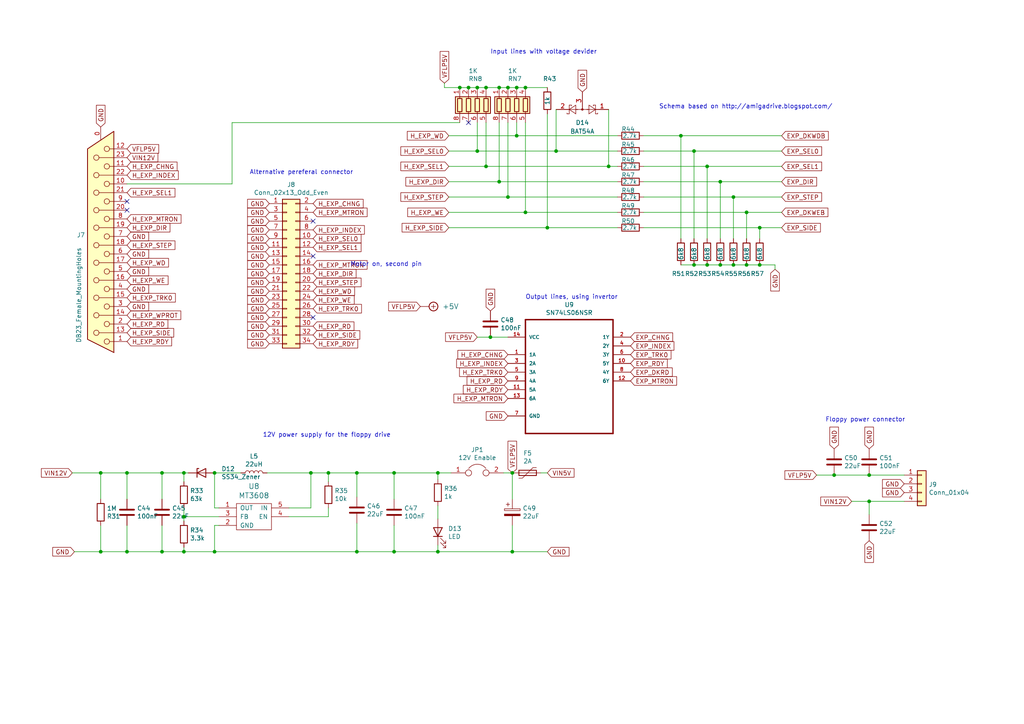
<source format=kicad_sch>
(kicad_sch (version 20230121) (generator eeschema)
  (paper "A4")
  (title_block (rev "0.1") (company "deFEEST"))
  (lib_symbols
    (symbol "BPS6001_Classic_Computing_Shield-eagle-import:+5V" (power) (pin_names (offset 1.016))
      (property "Value" "+5V" (at -1.905 3.175 0))
      (symbol "+5V_1_0"
        (polyline (pts (xy -0.635 1.27) (xy 0.635 1.27)))
        (polyline (pts (xy 0 0.635) (xy 0 1.905)))
        (circle (center 0 1.27) (radius 1.27) (stroke (width 0.254)))
        (pin power_in line (at 0 -2.54 90) (length 2.54) (name "+5V") (number "1"))
      )
    )
    (symbol "Connector_Generic:Conn_01x04" (pin_names (offset 1.016) hide)
      (property "Reference" "J" (at 0 5.08 0))
      (property "Value" "Conn_01x04" (at 0 -7.62 0))
      (symbol "Conn_01x04_1_1"
        (rectangle (start -1.27 -4.953) (end 0 -5.207) (stroke (width 0.1524)))
        (rectangle (start -1.27 -2.413) (end 0 -2.667) (stroke (width 0.1524)))
        (rectangle (start -1.27 0.127) (end 0 -0.127) (stroke (width 0.1524)))
        (rectangle (start -1.27 2.667) (end 0 2.413) (stroke (width 0.1524)))
        (rectangle (start -1.27 3.81) (end 1.27 -6.35) (stroke (width 0.254)) (fill (type background)))
        (pin passive line (at -5.08 2.54 0) (length 3.81) (name "Pin_1") (number "1"))
        (pin passive line (at -5.08 0 0) (length 3.81) (name "Pin_2") (number "2"))
        (pin passive line (at -5.08 -2.54 0) (length 3.81) (name "Pin_3") (number "3"))
        (pin passive line (at -5.08 -5.08 0) (length 3.81) (name "Pin_4") (number "4"))
      )
    )
    (symbol "Connector_Generic:Conn_02x17_Odd_Even" (pin_names (offset 1.016) hide)
      (property "Reference" "J" (at 1.27 22.86 0))
      (property "Value" "Conn_02x17_Odd_Even" (at 1.27 -22.86 0))
      (symbol "Conn_02x17_Odd_Even_1_1"
        (rectangle (start -1.27 -20.193) (end 0 -20.447) (stroke (width 0.1524)))
        (rectangle (start -1.27 -17.653) (end 0 -17.907) (stroke (width 0.1524)))
        (rectangle (start -1.27 -15.113) (end 0 -15.367) (stroke (width 0.1524)))
        (rectangle (start -1.27 -12.573) (end 0 -12.827) (stroke (width 0.1524)))
        (rectangle (start -1.27 -10.033) (end 0 -10.287) (stroke (width 0.1524)))
        (rectangle (start -1.27 -7.493) (end 0 -7.747) (stroke (width 0.1524)))
        (rectangle (start -1.27 -4.953) (end 0 -5.207) (stroke (width 0.1524)))
        (rectangle (start -1.27 -2.413) (end 0 -2.667) (stroke (width 0.1524)))
        (rectangle (start -1.27 0.127) (end 0 -0.127) (stroke (width 0.1524)))
        (rectangle (start -1.27 2.667) (end 0 2.413) (stroke (width 0.1524)))
        (rectangle (start -1.27 5.207) (end 0 4.953) (stroke (width 0.1524)))
        (rectangle (start -1.27 7.747) (end 0 7.493) (stroke (width 0.1524)))
        (rectangle (start -1.27 10.287) (end 0 10.033) (stroke (width 0.1524)))
        (rectangle (start -1.27 12.827) (end 0 12.573) (stroke (width 0.1524)))
        (rectangle (start -1.27 15.367) (end 0 15.113) (stroke (width 0.1524)))
        (rectangle (start -1.27 17.907) (end 0 17.653) (stroke (width 0.1524)))
        (rectangle (start -1.27 20.447) (end 0 20.193) (stroke (width 0.1524)))
        (rectangle (start -1.27 21.59) (end 3.81 -21.59) (stroke (width 0.254)) (fill (type background)))
        (rectangle (start 3.81 -20.193) (end 2.54 -20.447) (stroke (width 0.1524)))
        (rectangle (start 3.81 -17.653) (end 2.54 -17.907) (stroke (width 0.1524)))
        (rectangle (start 3.81 -15.113) (end 2.54 -15.367) (stroke (width 0.1524)))
        (rectangle (start 3.81 -12.573) (end 2.54 -12.827) (stroke (width 0.1524)))
        (rectangle (start 3.81 -10.033) (end 2.54 -10.287) (stroke (width 0.1524)))
        (rectangle (start 3.81 -7.493) (end 2.54 -7.747) (stroke (width 0.1524)))
        (rectangle (start 3.81 -4.953) (end 2.54 -5.207) (stroke (width 0.1524)))
        (rectangle (start 3.81 -2.413) (end 2.54 -2.667) (stroke (width 0.1524)))
        (rectangle (start 3.81 0.127) (end 2.54 -0.127) (stroke (width 0.1524)))
        (rectangle (start 3.81 2.667) (end 2.54 2.413) (stroke (width 0.1524)))
        (rectangle (start 3.81 5.207) (end 2.54 4.953) (stroke (width 0.1524)))
        (rectangle (start 3.81 7.747) (end 2.54 7.493) (stroke (width 0.1524)))
        (rectangle (start 3.81 10.287) (end 2.54 10.033) (stroke (width 0.1524)))
        (rectangle (start 3.81 12.827) (end 2.54 12.573) (stroke (width 0.1524)))
        (rectangle (start 3.81 15.367) (end 2.54 15.113) (stroke (width 0.1524)))
        (rectangle (start 3.81 17.907) (end 2.54 17.653) (stroke (width 0.1524)))
        (rectangle (start 3.81 20.447) (end 2.54 20.193) (stroke (width 0.1524)))
        (pin passive line (at -5.08 20.32 0) (length 3.81) (name "Pin_1") (number "1"))
        (pin passive line (at 7.62 10.16 180) (length 3.81) (name "Pin_10") (number "10"))
        (pin passive line (at -5.08 7.62 0) (length 3.81) (name "Pin_11") (number "11"))
        (pin passive line (at 7.62 7.62 180) (length 3.81) (name "Pin_12") (number "12"))
        (pin passive line (at -5.08 5.08 0) (length 3.81) (name "Pin_13") (number "13"))
        (pin passive line (at 7.62 5.08 180) (length 3.81) (name "Pin_14") (number "14"))
        (pin passive line (at -5.08 2.54 0) (length 3.81) (name "Pin_15") (number "15"))
        (pin passive line (at 7.62 2.54 180) (length 3.81) (name "Pin_16") (number "16"))
        (pin passive line (at -5.08 0 0) (length 3.81) (name "Pin_17") (number "17"))
        (pin passive line (at 7.62 0 180) (length 3.81) (name "Pin_18") (number "18"))
        (pin passive line (at -5.08 -2.54 0) (length 3.81) (name "Pin_19") (number "19"))
        (pin passive line (at 7.62 20.32 180) (length 3.81) (name "Pin_2") (number "2"))
        (pin passive line (at 7.62 -2.54 180) (length 3.81) (name "Pin_20") (number "20"))
        (pin passive line (at -5.08 -5.08 0) (length 3.81) (name "Pin_21") (number "21"))
        (pin passive line (at 7.62 -5.08 180) (length 3.81) (name "Pin_22") (number "22"))
        (pin passive line (at -5.08 -7.62 0) (length 3.81) (name "Pin_23") (number "23"))
        (pin passive line (at 7.62 -7.62 180) (length 3.81) (name "Pin_24") (number "24"))
        (pin passive line (at -5.08 -10.16 0) (length 3.81) (name "Pin_25") (number "25"))
        (pin passive line (at 7.62 -10.16 180) (length 3.81) (name "Pin_26") (number "26"))
        (pin passive line (at -5.08 -12.7 0) (length 3.81) (name "Pin_27") (number "27"))
        (pin passive line (at 7.62 -12.7 180) (length 3.81) (name "Pin_28") (number "28"))
        (pin passive line (at -5.08 -15.24 0) (length 3.81) (name "Pin_29") (number "29"))
        (pin passive line (at -5.08 17.78 0) (length 3.81) (name "Pin_3") (number "3"))
        (pin passive line (at 7.62 -15.24 180) (length 3.81) (name "Pin_30") (number "30"))
        (pin passive line (at -5.08 -17.78 0) (length 3.81) (name "Pin_31") (number "31"))
        (pin passive line (at 7.62 -17.78 180) (length 3.81) (name "Pin_32") (number "32"))
        (pin passive line (at -5.08 -20.32 0) (length 3.81) (name "Pin_33") (number "33"))
        (pin passive line (at 7.62 -20.32 180) (length 3.81) (name "Pin_34") (number "34"))
        (pin passive line (at 7.62 17.78 180) (length 3.81) (name "Pin_4") (number "4"))
        (pin passive line (at -5.08 15.24 0) (length 3.81) (name "Pin_5") (number "5"))
        (pin passive line (at 7.62 15.24 180) (length 3.81) (name "Pin_6") (number "6"))
        (pin passive line (at -5.08 12.7 0) (length 3.81) (name "Pin_7") (number "7"))
        (pin passive line (at 7.62 12.7 180) (length 3.81) (name "Pin_8") (number "8"))
        (pin passive line (at -5.08 10.16 0) (length 3.81) (name "Pin_9") (number "9"))
      )
    )
    (symbol "Device:C" (pin_numbers hide) (pin_names (offset 0.254))
      (property "Reference" "C" (at 0.635 2.54 0))
      (property "Value" "C" (at 0.635 -2.54 0))
      (symbol "C_0_1"
        (polyline (pts (xy -2.032 -0.762) (xy 2.032 -0.762)) (stroke (width 0.508)))
        (polyline (pts (xy -2.032 0.762) (xy 2.032 0.762)) (stroke (width 0.508)))
      )
      (symbol "C_1_1"
        (pin passive line (at 0 3.81 270) (length 2.794) (name "~") (number "1"))
        (pin passive line (at 0 -3.81 90) (length 2.794) (name "~") (number "2"))
      )
    )
    (symbol "Device:CP" (pin_numbers hide) (pin_names (offset 0.254))
      (property "Reference" "C" (at 0.635 2.54 0))
      (property "Value" "Device_CP" (at 0.635 -2.54 0))
      (symbol "CP_0_1"
        (rectangle (start -2.286 0.508) (end 2.286 1.016))
        (polyline (pts (xy -1.778 2.286) (xy -0.762 2.286)))
        (polyline (pts (xy -1.27 2.794) (xy -1.27 1.778)))
        (rectangle (start 2.286 -0.508) (end -2.286 -1.016) (fill (type outline)))
      )
      (symbol "CP_1_1"
        (pin passive line (at 0 3.81 270) (length 2.794) (name "~") (number "1"))
        (pin passive line (at 0 -3.81 90) (length 2.794) (name "~") (number "2"))
      )
    )
    (symbol "Device:D_Zener" (pin_numbers hide) (pin_names (offset 1.016) hide)
      (property "Reference" "D" (at 0 2.54 0))
      (property "Value" "D_Zener" (at 0 -2.54 0))
      (symbol "D_Zener_0_1"
        (polyline (pts (xy 1.27 0) (xy -1.27 0)))
        (polyline (pts (xy -1.27 -1.27) (xy -1.27 1.27) (xy -0.762 1.27)) (stroke (width 0.254)))
        (polyline (pts (xy 1.27 -1.27) (xy 1.27 1.27) (xy -1.27 0) (xy 1.27 -1.27)) (stroke (width 0.254)))
      )
      (symbol "D_Zener_1_1"
        (pin passive line (at -3.81 0 0) (length 2.54) (name "K") (number "1"))
        (pin passive line (at 3.81 0 180) (length 2.54) (name "A") (number "2"))
      )
    )
    (symbol "Device:Jumper" (pin_names (offset 0.762) hide)
      (property "Reference" "JP" (at 0 3.81 0))
      (property "Value" "Device_Jumper" (at 0 -2.032 0))
      (symbol "Jumper_0_1"
        (circle (center -2.54 0) (radius 0.889))
        (arc (start 2.5146 1.27) (mid 0.0127 2.5097) (end -2.4892 1.27))
        (circle (center 2.54 0) (radius 0.889))
        (pin passive line (at -7.62 0 0) (length 4.191) (name "1") (number "1"))
        (pin passive line (at 7.62 0 180) (length 4.191) (name "2") (number "2"))
      )
    )
    (symbol "Device:L" (pin_numbers hide) (pin_names (offset 1.016) hide)
      (property "Reference" "L" (at -1.27 0 90))
      (property "Value" "L" (at 1.905 0 90))
      (symbol "L_0_1"
        (arc (start 0 -2.54) (mid 0.6323 -1.905) (end 0 -1.27))
        (arc (start 0 -1.27) (mid 0.6323 -0.635) (end 0 0))
        (arc (start 0 0) (mid 0.6323 0.635) (end 0 1.27))
        (arc (start 0 1.27) (mid 0.6323 1.905) (end 0 2.54))
      )
      (symbol "L_1_1"
        (pin passive line (at 0 3.81 270) (length 1.27) (name "1") (number "1"))
        (pin passive line (at 0 -3.81 90) (length 1.27) (name "2") (number "2"))
      )
    )
    (symbol "Device:LED" (pin_numbers hide) (pin_names (offset 1.016) hide)
      (property "Reference" "D" (at 0 2.54 0))
      (property "Value" "LED" (at 0 -2.54 0))
      (symbol "LED_0_1"
        (polyline (pts (xy -1.27 -1.27) (xy -1.27 1.27)) (stroke (width 0.254)))
        (polyline (pts (xy -1.27 0) (xy 1.27 0)))
        (polyline (pts (xy 1.27 -1.27) (xy 1.27 1.27) (xy -1.27 0) (xy 1.27 -1.27)) (stroke (width 0.254)))
        (polyline (pts (xy -3.048 -0.762) (xy -4.572 -2.286) (xy -3.81 -2.286) (xy -4.572 -2.286) (xy -4.572 -1.524)))
        (polyline (pts (xy -1.778 -0.762) (xy -3.302 -2.286) (xy -2.54 -2.286) (xy -3.302 -2.286) (xy -3.302 -1.524)))
      )
      (symbol "LED_1_1"
        (pin passive line (at -3.81 0 0) (length 2.54) (name "K") (number "1"))
        (pin passive line (at 3.81 0 180) (length 2.54) (name "A") (number "2"))
      )
    )
    (symbol "Device:Polyfuse" (pin_numbers hide) (pin_names (offset 0))
      (property "Reference" "F" (at -2.54 0 90))
      (property "Value" "Polyfuse" (at 2.54 0 90))
      (symbol "Polyfuse_0_1"
        (rectangle (start -0.762 2.54) (end 0.762 -2.54) (stroke (width 0.254)))
        (polyline (pts (xy 0 2.54) (xy 0 -2.54)))
        (polyline (pts (xy -1.524 2.54) (xy -1.524 1.524) (xy 1.524 -1.524) (xy 1.524 -2.54)))
      )
      (symbol "Polyfuse_1_1"
        (pin passive line (at 0 3.81 270) (length 1.27) (name "~") (number "1"))
        (pin passive line (at 0 -3.81 90) (length 1.27) (name "~") (number "2"))
      )
    )
    (symbol "Device:R" (pin_numbers hide) (pin_names (offset 0))
      (property "Reference" "R" (at 2.032 0 90))
      (property "Value" "R" (at 0 0 90))
      (symbol "R_0_1"
        (rectangle (start -1.016 -2.54) (end 1.016 2.54) (stroke (width 0.254)))
      )
      (symbol "R_1_1"
        (pin passive line (at 0 3.81 270) (length 1.27) (name "~") (number "1"))
        (pin passive line (at 0 -3.81 90) (length 1.27) (name "~") (number "2"))
      )
    )
    (symbol "Device:R_Pack04" (pin_names (offset 0) hide)
      (property "Reference" "RN" (at -7.62 0 90))
      (property "Value" "R_Pack04" (at 5.08 0 90))
      (symbol "R_Pack04_0_1"
        (rectangle (start -6.35 -2.413) (end 3.81 2.413) (stroke (width 0.254)) (fill (type background)))
        (rectangle (start -5.715 1.905) (end -4.445 -1.905) (stroke (width 0.254)))
        (rectangle (start -3.175 1.905) (end -1.905 -1.905) (stroke (width 0.254)))
        (rectangle (start -0.635 1.905) (end 0.635 -1.905) (stroke (width 0.254)))
        (polyline (pts (xy -5.08 -2.54) (xy -5.08 -1.905)))
        (polyline (pts (xy -5.08 1.905) (xy -5.08 2.54)))
        (polyline (pts (xy -2.54 -2.54) (xy -2.54 -1.905)))
        (polyline (pts (xy -2.54 1.905) (xy -2.54 2.54)))
        (polyline (pts (xy 0 -2.54) (xy 0 -1.905)))
        (polyline (pts (xy 0 1.905) (xy 0 2.54)))
        (polyline (pts (xy 2.54 -2.54) (xy 2.54 -1.905)))
        (polyline (pts (xy 2.54 1.905) (xy 2.54 2.54)))
        (rectangle (start 1.905 1.905) (end 3.175 -1.905) (stroke (width 0.254)))
      )
      (symbol "R_Pack04_1_1"
        (pin passive line (at -5.08 -5.08 90) (length 2.54) (name "R1.1") (number "1"))
        (pin passive line (at -2.54 -5.08 90) (length 2.54) (name "R2.1") (number "2"))
        (pin passive line (at 0 -5.08 90) (length 2.54) (name "R3.1") (number "3"))
        (pin passive line (at 2.54 -5.08 90) (length 2.54) (name "R4.1") (number "4"))
        (pin passive line (at 2.54 5.08 270) (length 2.54) (name "R4.2") (number "5"))
        (pin passive line (at 0 5.08 270) (length 2.54) (name "R3.2") (number "6"))
        (pin passive line (at -2.54 5.08 270) (length 2.54) (name "R2.2") (number "7"))
        (pin passive line (at -5.08 5.08 270) (length 2.54) (name "R1.2") (number "8"))
      )
    )
    (symbol "Diode:BAT54A" (pin_names (offset 1.016))
      (property "Reference" "D" (at 0.635 -3.81 0))
      (property "Value" "BAT54A" (at -6.35 3.175 0))
      (symbol "BAT54A_0_1"
        (polyline (pts (xy -4.445 1.27) (xy -4.445 1.016)))
        (polyline (pts (xy -3.81 -1.27) (xy -3.81 1.27)))
        (polyline (pts (xy -3.81 -1.27) (xy -3.175 -1.27)))
        (polyline (pts (xy -3.81 0) (xy -1.27 0)))
        (polyline (pts (xy -3.81 1.27) (xy -4.445 1.27)))
        (polyline (pts (xy -3.175 -1.27) (xy -3.175 -1.016)))
        (polyline (pts (xy -1.905 0) (xy 1.905 0)))
        (polyline (pts (xy 1.27 0) (xy 3.81 0)))
        (polyline (pts (xy 3.175 -1.27) (xy 3.175 -1.016)))
        (polyline (pts (xy 3.81 -1.27) (xy 3.175 -1.27)))
        (polyline (pts (xy 3.81 -1.27) (xy 3.81 1.27)))
        (polyline (pts (xy 3.81 1.27) (xy 4.445 1.27)))
        (polyline (pts (xy 4.445 1.27) (xy 4.445 1.016)))
        (polyline (pts (xy -1.905 1.27) (xy -1.905 -1.27) (xy -3.81 0) (xy -1.905 1.27)))
        (polyline (pts (xy 1.905 1.27) (xy 1.905 -1.27) (xy 3.81 0) (xy 1.905 1.27)))
        (circle (center 0 0) (radius 0.254) (fill (type outline)))
      )
      (symbol "BAT54A_1_1"
        (pin passive line (at -7.62 0 0) (length 3.81) (name "~") (number "1"))
        (pin passive line (at 7.62 0 180) (length 3.81) (name "~") (number "2"))
        (pin passive line (at 0 -5.08 90) (length 5.08) (name "~") (number "3"))
      )
    )
    (symbol "MT3608:MT3608" (pin_names (offset 1.016))
      (property "Reference" "U" (at -2.54 5.08 0))
      (property "Value" "MT3608" (at 0 -5.08 0))
      (symbol "MT3608_0_1"
        (rectangle (start -5.08 3.81) (end 5.08 -3.81))
      )
      (symbol "MT3608_1_1"
        (pin output line (at -10.16 2.54 0) (length 5.08) (name "OUT") (number "1"))
        (pin bidirectional line (at -10.16 -2.54 0) (length 5.08) (name "GND") (number "2"))
        (pin input line (at -10.16 0 0) (length 5.08) (name "FB") (number "3"))
        (pin input line (at 10.16 0 180) (length 5.08) (name "EN") (number "4"))
        (pin input line (at 10.16 2.54 180) (length 5.08) (name "IN") (number "5"))
      )
    )
    (symbol "SN74LS06NSR:SN74LS06NSR" (pin_names (offset 1.016))
      (property "Reference" "U" (at -5.3594 16.764 0))
      (property "Value" "SN74LS06NSR" (at -3.5814 -25.6286 0))
      (symbol "SN74LS06NSR_0_0"
        (polyline (pts (xy -12.7 -20.32) (xy 12.7 -20.32)) (stroke (width 0.4064)))
        (polyline (pts (xy -12.7 12.7) (xy -12.7 -20.32)) (stroke (width 0.4064)))
        (polyline (pts (xy 12.7 -20.32) (xy 12.7 12.7)) (stroke (width 0.4064)))
        (polyline (pts (xy 12.7 12.7) (xy -12.7 12.7)) (stroke (width 0.4064)))
        (pin input line (at -17.78 2.54 0) (length 5.08) (name "1A") (number "1"))
        (pin output line (at 17.78 0 180) (length 5.08) (name "5Y") (number "10"))
        (pin input line (at -17.78 -7.62 0) (length 5.08) (name "5A") (number "11"))
        (pin output line (at 17.78 -5.08 180) (length 5.08) (name "6Y") (number "12"))
        (pin input line (at -17.78 -10.16 0) (length 5.08) (name "6A") (number "13"))
        (pin power_in line (at -17.78 7.62 0) (length 5.08) (name "VCC") (number "14"))
        (pin output line (at 17.78 7.62 180) (length 5.08) (name "1Y") (number "2"))
        (pin input line (at -17.78 0 0) (length 5.08) (name "2A") (number "3"))
        (pin output line (at 17.78 5.08 180) (length 5.08) (name "2Y") (number "4"))
        (pin input line (at -17.78 -2.54 0) (length 5.08) (name "3A") (number "5"))
        (pin output line (at 17.78 2.54 180) (length 5.08) (name "3Y") (number "6"))
        (pin passive line (at -17.78 -15.24 0) (length 5.08) (name "GND") (number "7"))
        (pin output line (at 17.78 -2.54 180) (length 5.08) (name "4Y") (number "8"))
        (pin input line (at -17.78 -5.08 0) (length 5.08) (name "4A") (number "9"))
      )
    )
    (symbol "qmtech-minimig-rescue:DB23_Female_MountingHoles" (pin_names (offset 1.016) hide)
      (property "Reference" "J" (at 0 36.83 0))
      (property "Value" "DB23_Female_MountingHoles" (at 0 34.925 0))
      (symbol "DB23_Female_MountingHoles_0_1"
        (circle (center -1.778 -25.4) (radius 0.762))
        (circle (center -1.778 -20.32) (radius 0.762))
        (circle (center -1.778 -15.24) (radius 0.762))
        (circle (center -1.778 -10.16) (radius 0.762))
        (circle (center -1.778 -5.08) (radius 0.762))
        (circle (center -1.778 0) (radius 0.762))
        (circle (center -1.778 5.08) (radius 0.762))
        (circle (center -1.778 10.16) (radius 0.762))
        (circle (center -1.778 15.24) (radius 0.762))
        (circle (center -1.778 20.32) (radius 0.762))
        (circle (center -1.778 25.4) (radius 0.762))
        (circle (center -1.778 30.48) (radius 0.762))
        (polyline (pts (xy -3.81 -25.4) (xy -2.54 -25.4)))
        (polyline (pts (xy -3.81 -22.86) (xy 0.508 -22.86)))
        (polyline (pts (xy -3.81 -20.32) (xy -2.54 -20.32)))
        (polyline (pts (xy -3.81 -17.78) (xy 0.508 -17.78)))
        (polyline (pts (xy -3.81 -15.24) (xy -2.54 -15.24)))
        (polyline (pts (xy -3.81 -12.7) (xy 0.508 -12.7)))
        (polyline (pts (xy -3.81 -10.16) (xy -2.54 -10.16)))
        (polyline (pts (xy -3.81 -7.62) (xy 0.508 -7.62)))
        (polyline (pts (xy -3.81 -5.08) (xy -2.54 -5.08)))
        (polyline (pts (xy -3.81 -2.54) (xy 0.508 -2.54)))
        (polyline (pts (xy -3.81 0) (xy -2.54 0)))
        (polyline (pts (xy -3.81 2.54) (xy 0.508 2.54)))
        (polyline (pts (xy -3.81 5.08) (xy -2.54 5.08)))
        (polyline (pts (xy -3.81 7.62) (xy 0.508 7.62)))
        (polyline (pts (xy -3.81 10.16) (xy -2.54 10.16)))
        (polyline (pts (xy -3.81 12.7) (xy 0.508 12.7)))
        (polyline (pts (xy -3.81 15.24) (xy -2.54 15.24)))
        (polyline (pts (xy -3.81 17.78) (xy 0.508 17.78)))
        (polyline (pts (xy -3.81 20.32) (xy -2.54 20.32)))
        (polyline (pts (xy -3.81 22.86) (xy 0.508 22.86)))
        (polyline (pts (xy -3.81 25.4) (xy -2.54 25.4)))
        (polyline (pts (xy -3.81 27.94) (xy 0.508 27.94)))
        (polyline (pts (xy -3.81 30.48) (xy -2.54 30.48)))
        (polyline (pts (xy -3.81 33.655) (xy 3.81 29.845) (xy 3.81 -25.4) (xy -3.81 -30.48) (xy -3.81 33.655)) (stroke (width 0.254)) (fill (type background)))
        (circle (center 1.27 -22.86) (radius 0.762))
        (circle (center 1.27 -17.78) (radius 0.762))
        (circle (center 1.27 -12.7) (radius 0.762))
        (circle (center 1.27 -7.62) (radius 0.762))
        (circle (center 1.27 -2.54) (radius 0.762))
        (circle (center 1.27 2.54) (radius 0.762))
        (circle (center 1.27 7.62) (radius 0.762))
        (circle (center 1.27 12.7) (radius 0.762))
        (circle (center 1.27 17.78) (radius 0.762))
        (circle (center 1.27 22.86) (radius 0.762))
        (circle (center 1.27 27.94) (radius 0.762))
      )
      (symbol "DB23_Female_MountingHoles_1_1"
        (pin passive line (at 0 -31.75 90) (length 3.81) (name "PAD") (number "0"))
        (pin passive line (at -7.62 30.48 0) (length 3.81) (name "1") (number "1"))
        (pin passive line (at -7.62 -15.24 0) (length 3.81) (name "10") (number "10"))
        (pin passive line (at -7.62 -20.32 0) (length 3.81) (name "11") (number "11"))
        (pin passive line (at -7.62 -25.4 0) (length 3.81) (name "12") (number "12"))
        (pin passive line (at -7.62 27.94 0) (length 3.81) (name "P13") (number "13"))
        (pin passive line (at -7.62 22.86 0) (length 3.81) (name "P14") (number "14"))
        (pin passive line (at -7.62 17.78 0) (length 3.81) (name "P15") (number "15"))
        (pin passive line (at -7.62 12.7 0) (length 3.81) (name "P16") (number "16"))
        (pin passive line (at -7.62 7.62 0) (length 3.81) (name "P17") (number "17"))
        (pin passive line (at -7.62 2.54 0) (length 3.81) (name "P18") (number "18"))
        (pin passive line (at -7.62 -2.54 0) (length 3.81) (name "P19") (number "19"))
        (pin passive line (at -7.62 25.4 0) (length 3.81) (name "2") (number "2"))
        (pin passive line (at -7.62 -7.62 0) (length 3.81) (name "P20") (number "20"))
        (pin passive line (at -7.62 -12.7 0) (length 3.81) (name "P21") (number "21"))
        (pin passive line (at -7.62 -17.78 0) (length 3.81) (name "P22") (number "22"))
        (pin passive line (at -7.62 -22.86 0) (length 3.81) (name "P23") (number "23"))
        (pin passive line (at -7.62 20.32 0) (length 3.81) (name "3") (number "3"))
        (pin passive line (at -7.62 15.24 0) (length 3.81) (name "4") (number "4"))
        (pin passive line (at -7.62 10.16 0) (length 3.81) (name "5") (number "5"))
        (pin passive line (at -7.62 5.08 0) (length 3.81) (name "6") (number "6"))
        (pin passive line (at -7.62 0 0) (length 3.81) (name "7") (number "7"))
        (pin passive line (at -7.62 -5.08 0) (length 3.81) (name "8") (number "8"))
        (pin passive line (at -7.62 -10.16 0) (length 3.81) (name "9") (number "9"))
      )
    )
  )
  (junction (at 138.43 25.4))
  (junction (at 127 160.02))
  (junction (at 140.97 25.4))
  (junction (at 252.095 145.415))
  (junction (at 205.105 48.26))
  (junction (at 127 137.16))
  (junction (at 212.725 57.15))
  (junction (at 29.21 137.16))
  (junction (at 138.43 43.815))
  (junction (at 95.25 137.16))
  (junction (at 144.78 25.4))
  (junction (at 147.32 57.15))
  (junction (at 252.095 137.795))
  (junction (at 103.505 137.16))
  (junction (at 148.59 137.16))
  (junction (at 140.97 48.26))
  (junction (at 144.78 52.705))
  (junction (at 142.24 97.79))
  (junction (at 29.21 160.02))
  (junction (at 208.915 52.705))
  (junction (at 208.915 76.835))
  (junction (at 90.17 137.16))
  (junction (at 216.535 76.835))
  (junction (at 220.345 66.04))
  (junction (at 46.99 160.02))
  (junction (at 36.83 160.02))
  (junction (at 147.32 25.4))
  (junction (at 197.485 39.37))
  (junction (at 176.53 48.26))
  (junction (at 220.345 76.835))
  (junction (at 149.86 39.37))
  (junction (at 46.99 137.16))
  (junction (at 62.23 137.16))
  (junction (at 201.295 43.815))
  (junction (at 36.83 137.16))
  (junction (at 241.935 137.795))
  (junction (at 62.23 160.02))
  (junction (at 135.89 25.4))
  (junction (at 152.4 25.4))
  (junction (at 53.34 160.02))
  (junction (at 133.35 25.4))
  (junction (at 161.29 43.815))
  (junction (at 53.34 149.86))
  (junction (at 114.3 137.16))
  (junction (at 212.725 76.835))
  (junction (at 201.295 76.835))
  (junction (at 53.34 137.16))
  (junction (at 149.86 25.4))
  (junction (at 103.505 160.02))
  (junction (at 158.75 66.04))
  (junction (at 148.59 160.02))
  (junction (at 152.4 61.595))
  (junction (at 205.105 76.835))
  (junction (at 216.535 61.595))
  (junction (at 114.3 160.02))
  (no_connect (at 90.805 64.135))
  (no_connect (at 90.805 74.295))
  (no_connect (at 90.805 92.075))
  (no_connect (at 36.83 60.96))
  (no_connect (at 36.83 58.42))
  (no_connect (at 135.89 35.56))
  (wire (pts (xy 216.535 76.835) (xy 220.345 76.835)))
  (wire (pts (xy 147.32 35.56) (xy 147.32 57.15)))
  (wire (pts (xy 36.83 137.16) (xy 29.21 137.16)))
  (wire (pts (xy 220.345 76.835) (xy 224.79 76.835)))
  (wire (pts (xy 146.05 137.16) (xy 148.59 137.16)))
  (wire (pts (xy 29.21 160.02) (xy 36.83 160.02)))
  (wire (pts (xy 83.82 147.32) (xy 90.17 147.32)))
  (wire (pts (xy 148.59 160.02) (xy 158.75 160.02)))
  (wire (pts (xy 205.105 69.215) (xy 205.105 48.26)))
  (wire (pts (xy 212.725 69.215) (xy 212.725 57.15)))
  (wire (pts (xy 128.905 25.4) (xy 133.35 25.4)))
  (wire (pts (xy 62.23 147.32) (xy 62.23 137.16)))
  (wire (pts (xy 130.175 39.37) (xy 149.86 39.37)))
  (wire (pts (xy 21.59 160.02) (xy 29.21 160.02)))
  (wire (pts (xy 63.5 149.86) (xy 53.34 149.86)))
  (wire (pts (xy 53.34 139.7) (xy 53.34 137.16)))
  (wire (pts (xy 53.34 158.75) (xy 53.34 160.02)))
  (wire (pts (xy 133.35 25.4) (xy 135.89 25.4)))
  (wire (pts (xy 147.32 25.4) (xy 149.86 25.4)))
  (wire (pts (xy 147.32 57.15) (xy 179.07 57.15)))
  (wire (pts (xy 103.505 151.765) (xy 103.505 160.02)))
  (wire (pts (xy 54.61 137.16) (xy 53.34 137.16)))
  (wire (pts (xy 197.485 76.835) (xy 201.295 76.835)))
  (wire (pts (xy 130.175 48.26) (xy 140.97 48.26)))
  (wire (pts (xy 36.83 160.02) (xy 46.99 160.02)))
  (wire (pts (xy 158.75 66.04) (xy 179.07 66.04)))
  (wire (pts (xy 130.175 43.815) (xy 138.43 43.815)))
  (wire (pts (xy 197.485 69.215) (xy 197.485 39.37)))
  (wire (pts (xy 95.25 149.86) (xy 83.82 149.86)))
  (wire (pts (xy 247.015 145.415) (xy 252.095 145.415)))
  (wire (pts (xy 128.905 25.4) (xy 128.905 24.13)))
  (wire (pts (xy 220.345 66.04) (xy 226.695 66.04)))
  (wire (pts (xy 186.69 61.595) (xy 216.535 61.595)))
  (wire (pts (xy 90.17 137.16) (xy 77.47 137.16)))
  (wire (pts (xy 53.34 151.13) (xy 53.34 149.86)))
  (wire (pts (xy 103.505 160.02) (xy 114.3 160.02)))
  (wire (pts (xy 63.5 147.32) (xy 62.23 147.32)))
  (wire (pts (xy 197.485 39.37) (xy 226.695 39.37)))
  (wire (pts (xy 186.69 57.15) (xy 212.725 57.15)))
  (wire (pts (xy 95.25 147.32) (xy 95.25 149.86)))
  (wire (pts (xy 176.53 31.75) (xy 176.53 48.26)))
  (wire (pts (xy 130.175 57.15) (xy 147.32 57.15)))
  (wire (pts (xy 149.86 35.56) (xy 149.86 39.37)))
  (wire (pts (xy 241.935 137.795) (xy 252.095 137.795)))
  (wire (pts (xy 161.29 31.75) (xy 161.29 43.815)))
  (wire (pts (xy 127 139.065) (xy 127 137.16)))
  (wire (pts (xy 148.59 137.16) (xy 149.225 137.16)))
  (wire (pts (xy 103.505 137.16) (xy 114.3 137.16)))
  (wire (pts (xy 46.99 144.78) (xy 46.99 137.16)))
  (wire (pts (xy 224.79 76.835) (xy 224.79 78.105)))
  (wire (pts (xy 36.83 53.34) (xy 67.31 53.34)))
  (wire (pts (xy 63.5 152.4) (xy 62.23 152.4)))
  (wire (pts (xy 142.24 97.79) (xy 147.32 97.79)))
  (wire (pts (xy 95.25 137.16) (xy 103.505 137.16)))
  (wire (pts (xy 216.535 61.595) (xy 226.695 61.595)))
  (wire (pts (xy 36.83 137.16) (xy 46.99 137.16)))
  (wire (pts (xy 62.23 160.02) (xy 103.505 160.02)))
  (wire (pts (xy 149.86 39.37) (xy 179.07 39.37)))
  (wire (pts (xy 236.855 137.795) (xy 241.935 137.795)))
  (wire (pts (xy 144.78 35.56) (xy 144.78 52.705)))
  (wire (pts (xy 140.97 48.26) (xy 176.53 48.26)))
  (wire (pts (xy 205.105 76.835) (xy 208.915 76.835)))
  (wire (pts (xy 201.295 43.815) (xy 226.695 43.815)))
  (wire (pts (xy 152.4 35.56) (xy 152.4 61.595)))
  (wire (pts (xy 252.095 145.415) (xy 252.095 149.225)))
  (wire (pts (xy 212.725 76.835) (xy 216.535 76.835)))
  (wire (pts (xy 103.505 144.145) (xy 103.505 137.16)))
  (wire (pts (xy 29.21 144.78) (xy 29.21 137.16)))
  (wire (pts (xy 201.295 69.215) (xy 201.295 43.815)))
  (wire (pts (xy 176.53 48.26) (xy 179.07 48.26)))
  (wire (pts (xy 186.69 48.26) (xy 205.105 48.26)))
  (wire (pts (xy 158.75 33.02) (xy 158.75 66.04)))
  (wire (pts (xy 90.17 147.32) (xy 90.17 137.16)))
  (wire (pts (xy 127 160.02) (xy 148.59 160.02)))
  (wire (pts (xy 53.34 149.86) (xy 53.34 147.32)))
  (wire (pts (xy 53.34 137.16) (xy 46.99 137.16)))
  (wire (pts (xy 186.69 43.815) (xy 201.295 43.815)))
  (wire (pts (xy 133.35 35.56) (xy 67.31 35.56)))
  (wire (pts (xy 114.3 160.02) (xy 127 160.02)))
  (wire (pts (xy 138.43 97.79) (xy 142.24 97.79)))
  (wire (pts (xy 130.175 52.705) (xy 144.78 52.705)))
  (wire (pts (xy 46.99 152.4) (xy 46.99 160.02)))
  (wire (pts (xy 186.69 39.37) (xy 197.485 39.37)))
  (wire (pts (xy 127 146.685) (xy 127 150.495)))
  (wire (pts (xy 62.23 152.4) (xy 62.23 160.02)))
  (wire (pts (xy 252.095 137.795) (xy 262.255 137.795)))
  (wire (pts (xy 149.86 25.4) (xy 152.4 25.4)))
  (wire (pts (xy 36.83 144.78) (xy 36.83 137.16)))
  (wire (pts (xy 144.78 25.4) (xy 147.32 25.4)))
  (wire (pts (xy 138.43 25.4) (xy 140.97 25.4)))
  (wire (pts (xy 29.21 152.4) (xy 29.21 160.02)))
  (wire (pts (xy 148.59 144.78) (xy 148.59 137.16)))
  (wire (pts (xy 130.175 61.595) (xy 152.4 61.595)))
  (wire (pts (xy 148.59 152.4) (xy 148.59 160.02)))
  (wire (pts (xy 152.4 61.595) (xy 179.07 61.595)))
  (wire (pts (xy 158.75 137.16) (xy 156.845 137.16)))
  (wire (pts (xy 252.095 145.415) (xy 262.255 145.415)))
  (wire (pts (xy 95.25 137.16) (xy 95.25 139.7)))
  (wire (pts (xy 140.97 25.4) (xy 144.78 25.4)))
  (wire (pts (xy 152.4 25.4) (xy 158.75 25.4)))
  (wire (pts (xy 201.295 76.835) (xy 205.105 76.835)))
  (wire (pts (xy 216.535 69.215) (xy 216.535 61.595)))
  (wire (pts (xy 69.85 137.16) (xy 62.23 137.16)))
  (wire (pts (xy 208.915 76.835) (xy 212.725 76.835)))
  (wire (pts (xy 138.43 35.56) (xy 138.43 43.815)))
  (wire (pts (xy 95.25 137.16) (xy 90.17 137.16)))
  (wire (pts (xy 36.83 160.02) (xy 36.83 152.4)))
  (wire (pts (xy 212.725 57.15) (xy 226.695 57.15)))
  (wire (pts (xy 53.34 160.02) (xy 62.23 160.02)))
  (wire (pts (xy 127 137.16) (xy 114.3 137.16)))
  (wire (pts (xy 186.69 52.705) (xy 208.915 52.705)))
  (wire (pts (xy 46.99 160.02) (xy 53.34 160.02)))
  (wire (pts (xy 114.3 160.02) (xy 114.3 152.4)))
  (wire (pts (xy 130.175 66.04) (xy 158.75 66.04)))
  (wire (pts (xy 208.915 52.705) (xy 226.695 52.705)))
  (wire (pts (xy 127 158.115) (xy 127 160.02)))
  (wire (pts (xy 138.43 43.815) (xy 161.29 43.815)))
  (wire (pts (xy 144.78 52.705) (xy 179.07 52.705)))
  (wire (pts (xy 186.69 66.04) (xy 220.345 66.04)))
  (wire (pts (xy 220.345 69.215) (xy 220.345 66.04)))
  (wire (pts (xy 135.89 25.4) (xy 138.43 25.4)))
  (wire (pts (xy 140.97 35.56) (xy 140.97 48.26)))
  (wire (pts (xy 20.955 137.16) (xy 29.21 137.16)))
  (wire (pts (xy 205.105 48.26) (xy 226.695 48.26)))
  (wire (pts (xy 114.3 137.16) (xy 114.3 144.78)))
  (wire (pts (xy 161.29 43.815) (xy 179.07 43.815)))
  (wire (pts (xy 130.81 137.16) (xy 127 137.16)))
  (wire (pts (xy 208.915 69.215) (xy 208.915 52.705)))
  (wire (pts (xy 67.31 35.56) (xy 67.31 53.34)))
  (text "Alternative pereferal connector" (at 72.39 50.8 0) (effects (font (size 1.27 1.27)) (justify left bottom)))
  (text "Motor on, second pin" (at 101.6 77.47 0) (effects (font (size 1.27 1.27)) (justify left bottom)))
  (text "Output lines, using invertor" (at 152.4 86.995 0) (effects (font (size 1.27 1.27)) (justify left bottom)))
  (text "Floppy power connector" (at 239.395 122.555 0) (effects (font (size 1.27 1.27)) (justify left bottom)))
  (text "Input lines with voltage devider" (at 142.24 15.875 0) (effects (font (size 1.27 1.27)) (justify left bottom)))
  (text "Schema based on http://amigadrive.blogspot.com/" (at 191.135 31.75 0) (effects (font (size 1.27 1.27)) (justify left bottom)))
  (text "12V power supply for the floppy drive" (at 76.2 127 0) (effects (font (size 1.27 1.27)) (justify left bottom)))
  (global_label "H_EXP_MTRON" (shape input) (at 90.805 61.595 0) (property "Intersheetrefs" "${INTERSHEET_REFS}" (effects hide)))
  (global_label "GND" (shape input) (at 78.105 66.675 180) (property "Intersheetrefs" "${INTERSHEET_REFS}" (effects hide)))
  (global_label "H_EXP_RDY" (shape input) (at 90.805 99.695 0) (property "Intersheetrefs" "${INTERSHEET_REFS}" (effects hide)))
  (global_label "H_EXP_DIR" (shape input) (at 130.175 52.705 180) (property "Intersheetrefs" "${INTERSHEET_REFS}" (effects hide)))
  (global_label "H_EXP_WD" (shape input) (at 130.175 39.37 180) (property "Intersheetrefs" "${INTERSHEET_REFS}" (effects hide)))
  (global_label "GND" (shape input) (at 158.75 160.02 0) (property "Intersheetrefs" "${INTERSHEET_REFS}" (effects hide)))
  (global_label "VFLP5V" (shape input) (at 36.83 43.18 0) (property "Intersheetrefs" "${INTERSHEET_REFS}" (effects hide)))
  (global_label "VIN12V" (shape input) (at 36.83 45.72 0) (property "Intersheetrefs" "${INTERSHEET_REFS}" (effects hide)))
  (global_label "H_EXP_SEL1" (shape input) (at 90.805 71.755 0) (property "Intersheetrefs" "${INTERSHEET_REFS}" (effects hide)))
  (global_label "GND" (shape input) (at 78.105 89.535 180) (property "Intersheetrefs" "${INTERSHEET_REFS}" (effects hide)))
  (global_label "EXP_DKRD" (shape input) (at 182.88 107.95 0) (property "Intersheetrefs" "${INTERSHEET_REFS}" (effects hide)))
  (global_label "EXP_INDEX" (shape input) (at 182.88 100.33 0) (property "Intersheetrefs" "${INTERSHEET_REFS}" (effects hide)))
  (global_label "EXP_MTRON" (shape input) (at 182.88 110.49 0) (property "Intersheetrefs" "${INTERSHEET_REFS}" (effects hide)))
  (global_label "H_EXP_INDEX" (shape input) (at 36.83 50.8 0) (property "Intersheetrefs" "${INTERSHEET_REFS}" (effects hide)))
  (global_label "GND" (shape input) (at 78.105 92.075 180) (property "Intersheetrefs" "${INTERSHEET_REFS}" (effects hide)))
  (global_label "H_EXP_TRK0" (shape input) (at 147.32 107.95 180) (property "Intersheetrefs" "${INTERSHEET_REFS}" (effects hide)))
  (global_label "GND" (shape input) (at 36.83 88.9 0) (property "Intersheetrefs" "${INTERSHEET_REFS}" (effects hide)))
  (global_label "GND" (shape input) (at 262.255 142.875 180) (property "Intersheetrefs" "${INTERSHEET_REFS}" (effects hide)))
  (global_label "GND" (shape input) (at 78.105 61.595 180) (property "Intersheetrefs" "${INTERSHEET_REFS}" (effects hide)))
  (global_label "GND" (shape input) (at 168.91 26.67 90) (property "Intersheetrefs" "${INTERSHEET_REFS}" (effects hide)))
  (global_label "H_EXP_INDEX" (shape input) (at 90.805 66.675 0) (property "Intersheetrefs" "${INTERSHEET_REFS}" (effects hide)))
  (global_label "H_EXP_TRK0" (shape input) (at 90.805 89.535 0) (property "Intersheetrefs" "${INTERSHEET_REFS}" (effects hide)))
  (global_label "EXP_RDY" (shape input) (at 182.88 105.41 0) (property "Intersheetrefs" "${INTERSHEET_REFS}" (effects hide)))
  (global_label "H_EXP_MTRON" (shape input) (at 36.83 63.5 0) (property "Intersheetrefs" "${INTERSHEET_REFS}" (effects hide)))
  (global_label "GND" (shape input) (at 29.21 36.83 90) (property "Intersheetrefs" "${INTERSHEET_REFS}" (effects hide)))
  (global_label "GND" (shape input) (at 21.59 160.02 180) (property "Intersheetrefs" "${INTERSHEET_REFS}" (effects hide)))
  (global_label "GND" (shape input) (at 78.105 97.155 180) (property "Intersheetrefs" "${INTERSHEET_REFS}" (effects hide)))
  (global_label "H_EXP_SIDE" (shape input) (at 36.83 96.52 0) (property "Intersheetrefs" "${INTERSHEET_REFS}" (effects hide)))
  (global_label "H_EXP_SIDE" (shape input) (at 130.175 66.04 180) (property "Intersheetrefs" "${INTERSHEET_REFS}" (effects hide)))
  (global_label "VFLP5V" (shape input) (at 128.905 24.13 90) (property "Intersheetrefs" "${INTERSHEET_REFS}" (effects hide)))
  (global_label "H_EXP_STEP" (shape input) (at 36.83 71.12 0) (property "Intersheetrefs" "${INTERSHEET_REFS}" (effects hide)))
  (global_label "GND" (shape input) (at 78.105 74.295 180) (property "Intersheetrefs" "${INTERSHEET_REFS}" (effects hide)))
  (global_label "H_EXP_DIR" (shape input) (at 36.83 66.04 0) (property "Intersheetrefs" "${INTERSHEET_REFS}" (effects hide)))
  (global_label "VIN5V" (shape input) (at 158.75 137.16 0) (property "Intersheetrefs" "${INTERSHEET_REFS}" (effects hide)))
  (global_label "GND" (shape input) (at 36.83 78.74 0) (property "Intersheetrefs" "${INTERSHEET_REFS}" (effects hide)))
  (global_label "H_EXP_MTRON" (shape input) (at 147.32 115.57 180) (property "Intersheetrefs" "${INTERSHEET_REFS}" (effects hide)))
  (global_label "EXP_SEL0" (shape input) (at 226.695 43.815 0) (property "Intersheetrefs" "${INTERSHEET_REFS}" (effects hide)))
  (global_label "GND" (shape input) (at 262.255 140.335 180) (property "Intersheetrefs" "${INTERSHEET_REFS}" (effects hide)))
  (global_label "H_EXP_WPROT" (shape input) (at 36.83 91.44 0) (property "Intersheetrefs" "${INTERSHEET_REFS}" (effects hide)))
  (global_label "H_EXP_MTRON" (shape input) (at 90.805 76.835 0) (property "Intersheetrefs" "${INTERSHEET_REFS}" (effects hide)))
  (global_label "H_EXP_INDEX" (shape input) (at 147.32 105.41 180) (property "Intersheetrefs" "${INTERSHEET_REFS}" (effects hide)))
  (global_label "GND" (shape input) (at 78.105 69.215 180) (property "Intersheetrefs" "${INTERSHEET_REFS}" (effects hide)))
  (global_label "H_EXP_CHNG" (shape input) (at 147.32 102.87 180) (property "Intersheetrefs" "${INTERSHEET_REFS}" (effects hide)))
  (global_label "H_EXP_WE" (shape input) (at 130.175 61.595 180) (property "Intersheetrefs" "${INTERSHEET_REFS}" (effects hide)))
  (global_label "H_EXP_RD" (shape input) (at 90.805 94.615 0) (property "Intersheetrefs" "${INTERSHEET_REFS}" (effects hide)))
  (global_label "GND" (shape input) (at 78.105 86.995 180) (property "Intersheetrefs" "${INTERSHEET_REFS}" (effects hide)))
  (global_label "GND" (shape input) (at 36.83 83.82 0) (property "Intersheetrefs" "${INTERSHEET_REFS}" (effects hide)))
  (global_label "EXP_TRK0" (shape input) (at 182.88 102.87 0) (property "Intersheetrefs" "${INTERSHEET_REFS}" (effects hide)))
  (global_label "H_EXP_WD" (shape input) (at 90.805 84.455 0) (property "Intersheetrefs" "${INTERSHEET_REFS}" (effects hide)))
  (global_label "GND" (shape input) (at 78.105 81.915 180) (property "Intersheetrefs" "${INTERSHEET_REFS}" (effects hide)))
  (global_label "GND" (shape input) (at 78.105 64.135 180) (property "Intersheetrefs" "${INTERSHEET_REFS}" (effects hide)))
  (global_label "GND" (shape input) (at 78.105 76.835 180) (property "Intersheetrefs" "${INTERSHEET_REFS}" (effects hide)))
  (global_label "VIN12V" (shape input) (at 20.955 137.16 180) (property "Intersheetrefs" "${INTERSHEET_REFS}" (effects hide)))
  (global_label "H_EXP_SEL1" (shape input) (at 130.175 48.26 180) (property "Intersheetrefs" "${INTERSHEET_REFS}" (effects hide)))
  (global_label "GND" (shape input) (at 78.105 99.695 180) (property "Intersheetrefs" "${INTERSHEET_REFS}" (effects hide)))
  (global_label "GND" (shape input) (at 36.83 68.58 0) (property "Intersheetrefs" "${INTERSHEET_REFS}" (effects hide)))
  (global_label "EXP_DKWEB" (shape input) (at 226.695 61.595 0) (property "Intersheetrefs" "${INTERSHEET_REFS}" (effects hide)))
  (global_label "H_EXP_RD" (shape input) (at 147.32 110.49 180) (property "Intersheetrefs" "${INTERSHEET_REFS}" (effects hide)))
  (global_label "VFLP5V" (shape input) (at 121.92 88.9 180) (property "Intersheetrefs" "${INTERSHEET_REFS}" (effects hide)))
  (global_label "GND" (shape input) (at 36.83 73.66 0) (property "Intersheetrefs" "${INTERSHEET_REFS}" (effects hide)))
  (global_label "H_EXP_SEL0" (shape input) (at 90.805 69.215 0) (property "Intersheetrefs" "${INTERSHEET_REFS}" (effects hide)))
  (global_label "GND" (shape input) (at 252.095 156.845 270) (property "Intersheetrefs" "${INTERSHEET_REFS}" (effects hide)))
  (global_label "H_EXP_SEL0" (shape input) (at 130.175 43.815 180) (property "Intersheetrefs" "${INTERSHEET_REFS}" (effects hide)))
  (global_label "GND" (shape input) (at 78.105 84.455 180) (property "Intersheetrefs" "${INTERSHEET_REFS}" (effects hide)))
  (global_label "EXP_DIR" (shape input) (at 226.695 52.705 0) (property "Intersheetrefs" "${INTERSHEET_REFS}" (effects hide)))
  (global_label "EXP_CHNG" (shape input) (at 182.88 97.79 0) (property "Intersheetrefs" "${INTERSHEET_REFS}" (effects hide)))
  (global_label "H_EXP_WE" (shape input) (at 36.83 81.28 0) (property "Intersheetrefs" "${INTERSHEET_REFS}" (effects hide)))
  (global_label "H_EXP_STEP" (shape input) (at 90.805 81.915 0) (property "Intersheetrefs" "${INTERSHEET_REFS}" (effects hide)))
  (global_label "GND" (shape input) (at 78.105 94.615 180) (property "Intersheetrefs" "${INTERSHEET_REFS}" (effects hide)))
  (global_label "H_EXP_RD" (shape input) (at 36.83 93.98 0) (property "Intersheetrefs" "${INTERSHEET_REFS}" (effects hide)))
  (global_label "H_EXP_WE" (shape input) (at 90.805 86.995 0) (property "Intersheetrefs" "${INTERSHEET_REFS}" (effects hide)))
  (global_label "GND" (shape input) (at 224.79 78.105 270) (property "Intersheetrefs" "${INTERSHEET_REFS}" (effects hide)))
  (global_label "EXP_SEL1" (shape input) (at 226.695 48.26 0) (property "Intersheetrefs" "${INTERSHEET_REFS}" (effects hide)))
  (global_label "VFLP5V" (shape input) (at 236.855 137.795 180) (property "Intersheetrefs" "${INTERSHEET_REFS}" (effects hide)))
  (global_label "GND" (shape input) (at 142.24 90.17 90) (property "Intersheetrefs" "${INTERSHEET_REFS}" (effects hide)))
  (global_label "GND" (shape input) (at 241.935 130.175 90) (property "Intersheetrefs" "${INTERSHEET_REFS}" (effects hide)))
  (global_label "VFLP5V" (shape input) (at 148.59 137.16 90) (property "Intersheetrefs" "${INTERSHEET_REFS}" (effects hide)))
  (global_label "H_EXP_SIDE" (shape input) (at 90.805 97.155 0) (property "Intersheetrefs" "${INTERSHEET_REFS}" (effects hide)))
  (global_label "VFLP5V" (shape input) (at 138.43 97.79 180) (property "Intersheetrefs" "${INTERSHEET_REFS}" (effects hide)))
  (global_label "H_EXP_WD" (shape input) (at 36.83 76.2 0) (property "Intersheetrefs" "${INTERSHEET_REFS}" (effects hide)))
  (global_label "GND" (shape input) (at 78.105 71.755 180) (property "Intersheetrefs" "${INTERSHEET_REFS}" (effects hide)))
  (global_label "VIN12V" (shape input) (at 247.015 145.415 180) (property "Intersheetrefs" "${INTERSHEET_REFS}" (effects hide)))
  (global_label "H_EXP_RDY" (shape input) (at 147.32 113.03 180) (property "Intersheetrefs" "${INTERSHEET_REFS}" (effects hide)))
  (global_label "EXP_SIDE" (shape input) (at 226.695 66.04 0) (property "Intersheetrefs" "${INTERSHEET_REFS}" (effects hide)))
  (global_label "H_EXP_CHNG" (shape input) (at 90.805 59.055 0) (property "Intersheetrefs" "${INTERSHEET_REFS}" (effects hide)))
  (global_label "EXP_DKWDB" (shape input) (at 226.695 39.37 0) (property "Intersheetrefs" "${INTERSHEET_REFS}" (effects hide)))
  (global_label "GND" (shape input) (at 78.105 59.055 180) (property "Intersheetrefs" "${INTERSHEET_REFS}" (effects hide)))
  (global_label "H_EXP_RDY" (shape input) (at 36.83 99.06 0) (property "Intersheetrefs" "${INTERSHEET_REFS}" (effects hide)))
  (global_label "GND" (shape input) (at 78.105 79.375 180) (property "Intersheetrefs" "${INTERSHEET_REFS}" (effects hide)))
  (global_label "EXP_STEP" (shape input) (at 226.695 57.15 0) (property "Intersheetrefs" "${INTERSHEET_REFS}" (effects hide)))
  (global_label "H_EXP_DIR" (shape input) (at 90.805 79.375 0) (property "Intersheetrefs" "${INTERSHEET_REFS}" (effects hide)))
  (global_label "H_EXP_SEL1" (shape input) (at 36.83 55.88 0) (property "Intersheetrefs" "${INTERSHEET_REFS}" (effects hide)))
  (global_label "H_EXP_STEP" (shape input) (at 130.175 57.15 180) (property "Intersheetrefs" "${INTERSHEET_REFS}" (effects hide)))
  (global_label "GND" (shape input) (at 252.095 130.175 90) (property "Intersheetrefs" "${INTERSHEET_REFS}" (effects hide)))
  (global_label "H_EXP_TRK0" (shape input) (at 36.83 86.36 0) (property "Intersheetrefs" "${INTERSHEET_REFS}" (effects hide)))
  (global_label "H_EXP_CHNG" (shape input) (at 36.83 48.26 0) (property "Intersheetrefs" "${INTERSHEET_REFS}" (effects hide)))
  (global_label "GND" (shape input) (at 147.32 120.65 180) (property "Intersheetrefs" "${INTERSHEET_REFS}" (effects hide)))
  (symbol (lib_id "MT3608:MT3608") (at 73.66 149.86 0) (unit 1)
    (property "Reference" "U8" (at 73.66 141.0462 0) (effects (font (size 1.524 1.524))))
    (property "Value" "MT3608" (at 73.66 143.7386 0) (effects (font (size 1.524 1.524))))
    (property "Footprint" "Package_TO_SOT_SMD:SOT-23-6" (effects hide))
  )
  (symbol (lib_id "Device:L") (at 73.66 137.16 90) (unit 1)
    (property "Reference" "L5" (at 73.66 132.334 90))
    (property "Value" "22uH" (at 73.66 134.6454 90))
    (property "Footprint" "Inductor_SMD:L_10.4x10.4_H4.8" (effects hide))
  )
  (symbol (lib_id "Device:C") (at 46.99 148.59 0) (unit 1)
    (property "Reference" "C45" (at 49.911 147.4216 0) (effects (justify left)))
    (property "Value" "22uF" (at 49.911 149.733 0) (effects (justify left)))
    (property "Footprint" "Capacitor_SMD:C_0805_2012Metric" (effects hide))
  )
  (symbol (lib_id "Device:C") (at 36.83 148.59 0) (unit 1)
    (property "Reference" "C44" (at 39.751 147.4216 0) (effects (justify left)))
    (property "Value" "100nF" (at 39.751 149.733 0) (effects (justify left)))
    (property "Footprint" "Capacitor_SMD:C_0603_1608Metric" (effects hide))
  )
  (symbol (lib_id "Device:R") (at 95.25 143.51 0) (unit 1)
    (property "Reference" "R35" (at 97.028 142.3416 0) (effects (justify left)))
    (property "Value" "10k" (at 97.028 144.653 0) (effects (justify left)))
    (property "Footprint" "Resistor_SMD:R_0603_1608Metric" (effects hide))
  )
  (symbol (lib_id "Device:R") (at 53.34 143.51 0) (unit 1)
    (property "Reference" "R33" (at 55.118 142.3416 0) (effects (justify left)))
    (property "Value" "63k" (at 55.118 144.653 0) (effects (justify left)))
    (property "Footprint" "Resistor_SMD:R_0603_1608Metric" (effects hide))
  )
  (symbol (lib_id "Device:R") (at 53.34 154.94 0) (unit 1)
    (property "Reference" "R34" (at 55.118 153.7716 0) (effects (justify left)))
    (property "Value" "3.3k" (at 55.118 156.083 0) (effects (justify left)))
    (property "Footprint" "Resistor_SMD:R_0603_1608Metric" (effects hide))
  )
  (symbol (lib_id "Device:C") (at 103.505 147.955 0) (unit 1)
    (property "Reference" "C46" (at 106.426 146.7866 0) (effects (justify left)))
    (property "Value" "22uF" (at 106.426 149.098 0) (effects (justify left)))
    (property "Footprint" "Capacitor_SMD:C_0805_2012Metric" (effects hide))
  )
  (symbol (lib_id "Device:C") (at 114.3 148.59 0) (unit 1)
    (property "Reference" "C47" (at 117.221 147.4216 0) (effects (justify left)))
    (property "Value" "100nF" (at 117.221 149.733 0) (effects (justify left)))
    (property "Footprint" "Capacitor_SMD:C_0603_1608Metric" (effects hide))
  )
  (symbol (lib_id "Device:D_Zener") (at 58.42 137.16 0) (unit 1)
    (property "Reference" "D12" (at 64.2112 135.9916 0) (effects (justify left)))
    (property "Value" "SS34_Zener" (at 64.2112 138.303 0) (effects (justify left)))
    (property "Footprint" "Diode_SMD:D_SMC" (effects hide))
  )
  (symbol (lib_id "Connector_Generic:Conn_01x04") (at 267.335 140.335 0) (unit 1)
    (property "Reference" "J9" (at 269.367 140.5382 0) (effects (justify left)))
    (property "Value" "Conn_01x04" (at 269.367 142.8496 0) (effects (justify left)))
    (property "Footprint" "Connectors:JST-4-PTH-VERT" (effects hide))
  )
  (symbol (lib_id "Device:C") (at 241.935 133.985 0) (unit 1)
    (property "Reference" "C50" (at 244.856 132.8166 0) (effects (justify left)))
    (property "Value" "22uF" (at 244.856 135.128 0) (effects (justify left)))
    (property "Footprint" "Capacitor_SMD:C_0805_2012Metric" (effects hide))
  )
  (symbol (lib_id "Device:C") (at 252.095 133.985 0) (unit 1)
    (property "Reference" "C51" (at 255.016 132.8166 0) (effects (justify left)))
    (property "Value" "100nF" (at 255.016 135.128 0) (effects (justify left)))
    (property "Footprint" "Capacitor_SMD:C_0603_1608Metric" (effects hide))
  )
  (symbol (lib_id "Device:C") (at 252.095 153.035 0) (unit 1)
    (property "Reference" "C52" (at 255.016 151.8666 0) (effects (justify left)))
    (property "Value" "22uF" (at 255.016 154.178 0) (effects (justify left)))
    (property "Footprint" "Capacitor_SMD:C_0805_2012Metric" (effects hide))
  )
  (symbol (lib_id "qmtech-minimig-rescue:DB23_Female_MountingHoles") (at 29.21 68.58 180) (unit 1)
    (property "Reference" "J7" (at 24.6634 68.1736 0) (effects (justify left)))
    (property "Value" "DB23_Female_MountingHoles" (at 22.86 71.755 90) (effects (justify left)))
    (property "Footprint" "c64-wing-kicad:DSUB-23_Female_Horizontal_P2.77x2.84mm_EdgePinOffset7.70mm_Housed_MountingHolesOffset9.12mm" (effects hide))
    (property "Datasheet" " ~" (effects hide))
  )
  (symbol (lib_id "Device:Jumper") (at 138.43 137.16 0) (unit 1)
    (property "Reference" "JP1" (at 138.43 130.4544 0))
    (property "Value" "12V Enable" (at 138.43 132.7658 0))
    (property "Footprint" "Connector_PinHeader_2.54mm:PinHeader_1x02_P2.54mm_Vertical" (effects hide))
  )
  (symbol (lib_id "Connector_Generic:Conn_02x17_Odd_Even") (at 83.185 79.375 0) (unit 1)
    (property "Reference" "J8" (at 84.455 53.5432 0))
    (property "Value" "Conn_02x13_Odd_Even" (at 84.455 55.8546 0))
    (property "Footprint" "Connector_PinHeader_2.54mm:PinHeader_2x17_P2.54mm_Vertical" (effects hide))
  )
  (symbol (lib_id "Device:R") (at 29.21 148.59 0) (mirror x) (unit 1)
    (property "Reference" "R31" (at 30.988 149.7584 0) (effects (justify left)))
    (property "Value" "1M" (at 30.988 147.447 0) (effects (justify left)))
    (property "Footprint" "Resistor_SMD:R_0603_1608Metric" (effects hide))
  )
  (symbol (lib_id "Device:R") (at 127 142.875 0) (unit 1)
    (property "Reference" "R36" (at 128.778 141.7066 0) (effects (justify left)))
    (property "Value" "1k" (at 128.778 144.018 0) (effects (justify left)))
    (property "Footprint" "Resistor_SMD:R_0603_1608Metric" (effects hide))
  )
  (symbol (lib_id "Device:LED") (at 127 154.305 90) (unit 1)
    (property "Reference" "D13" (at 129.9718 153.3144 90) (effects (justify right)))
    (property "Value" "LED" (at 129.9718 155.6258 90) (effects (justify right)))
    (property "Footprint" "LED_SMD:LED_0603_1608Metric" (effects hide))
  )
  (symbol (lib_id "Device:Polyfuse") (at 153.035 137.16 270) (unit 1)
    (property "Reference" "F5" (at 153.035 131.445 90))
    (property "Value" "2A" (at 153.035 133.7564 90))
    (property "Footprint" "Fuse:Fuse_0805_2012Metric" (effects hide))
  )
  (symbol (lib_id "Device:R") (at 158.75 29.21 0) (unit 1)
    (property "Reference" "R43" (at 157.48 22.86 0) (effects (justify left)))
    (property "Value" "1k" (at 158.75 30.48 90) (effects (justify left)))
    (property "Footprint" "Resistor_SMD:R_0603_1608Metric" (effects hide))
  )
  (symbol (lib_id "Device:R") (at 182.88 39.37 90) (unit 1)
    (property "Reference" "R44" (at 184.15 37.465 90) (effects (justify left)))
    (property "Value" "2.7k" (at 184.785 39.37 90) (effects (justify left)))
    (property "Footprint" "Resistor_SMD:R_0603_1608Metric" (effects hide))
  )
  (symbol (lib_id "Device:R") (at 182.88 48.26 90) (unit 1)
    (property "Reference" "R46" (at 184.15 46.355 90) (effects (justify left)))
    (property "Value" "2.7k" (at 184.785 48.26 90) (effects (justify left)))
    (property "Footprint" "Resistor_SMD:R_0603_1608Metric" (effects hide))
  )
  (symbol (lib_id "Device:R") (at 182.88 52.705 90) (unit 1)
    (property "Reference" "R47" (at 184.15 50.8 90) (effects (justify left)))
    (property "Value" "2.7k" (at 184.785 52.705 90) (effects (justify left)))
    (property "Footprint" "Resistor_SMD:R_0603_1608Metric" (effects hide))
  )
  (symbol (lib_id "Device:R") (at 182.88 57.15 90) (unit 1)
    (property "Reference" "R48" (at 184.15 55.245 90) (effects (justify left)))
    (property "Value" "2.7k" (at 184.785 57.15 90) (effects (justify left)))
    (property "Footprint" "Resistor_SMD:R_0603_1608Metric" (effects hide))
  )
  (symbol (lib_id "Device:R") (at 182.88 61.595 90) (unit 1)
    (property "Reference" "R49" (at 184.15 59.69 90) (effects (justify left)))
    (property "Value" "2.7k" (at 184.785 61.595 90) (effects (justify left)))
    (property "Footprint" "Resistor_SMD:R_0603_1608Metric" (effects hide))
  )
  (symbol (lib_id "Device:R") (at 216.535 73.025 180) (unit 1)
    (property "Reference" "R56" (at 217.805 79.375 0) (effects (justify left)))
    (property "Value" "6k8" (at 216.535 71.755 90) (effects (justify left)))
    (property "Footprint" "Resistor_SMD:R_0603_1608Metric" (effects hide))
  )
  (symbol (lib_id "Device:R") (at 212.725 73.025 180) (unit 1)
    (property "Reference" "R55" (at 213.995 79.375 0) (effects (justify left)))
    (property "Value" "6k8" (at 212.725 71.755 90) (effects (justify left)))
    (property "Footprint" "Resistor_SMD:R_0603_1608Metric" (effects hide))
  )
  (symbol (lib_id "Device:R") (at 208.915 73.025 180) (unit 1)
    (property "Reference" "R54" (at 210.185 79.375 0) (effects (justify left)))
    (property "Value" "6k8" (at 208.915 71.755 90) (effects (justify left)))
    (property "Footprint" "Resistor_SMD:R_0603_1608Metric" (effects hide))
  )
  (symbol (lib_id "Device:R") (at 205.105 73.025 180) (unit 1)
    (property "Reference" "R53" (at 206.375 79.375 0) (effects (justify left)))
    (property "Value" "6k8" (at 205.105 71.755 90) (effects (justify left)))
    (property "Footprint" "Resistor_SMD:R_0603_1608Metric" (effects hide))
  )
  (symbol (lib_id "Device:R") (at 197.485 73.025 180) (unit 1)
    (property "Reference" "R51" (at 198.755 79.375 0) (effects (justify left)))
    (property "Value" "6k8" (at 197.485 71.755 90) (effects (justify left)))
    (property "Footprint" "Resistor_SMD:R_0603_1608Metric" (effects hide))
  )
  (symbol (lib_id "Device:R") (at 182.88 66.04 90) (unit 1)
    (property "Reference" "R50" (at 184.15 64.135 90) (effects (justify left)))
    (property "Value" "2.7k" (at 184.785 66.04 90) (effects (justify left)))
    (property "Footprint" "Resistor_SMD:R_0603_1608Metric" (effects hide))
  )
  (symbol (lib_id "Device:R") (at 220.345 73.025 180) (unit 1)
    (property "Reference" "R57" (at 221.615 79.375 0) (effects (justify left)))
    (property "Value" "6k8" (at 220.345 71.755 90) (effects (justify left)))
    (property "Footprint" "Resistor_SMD:R_0603_1608Metric" (effects hide))
  )
  (symbol (lib_id "Device:R") (at 182.88 43.815 90) (unit 1)
    (property "Reference" "R45" (at 184.15 41.91 90) (effects (justify left)))
    (property "Value" "2.7k" (at 184.785 43.815 90) (effects (justify left)))
    (property "Footprint" "Resistor_SMD:R_0603_1608Metric" (effects hide))
  )
  (symbol (lib_id "Device:R") (at 201.295 73.025 180) (unit 1)
    (property "Reference" "R52" (at 202.565 79.375 0) (effects (justify left)))
    (property "Value" "6k8" (at 201.295 71.755 90) (effects (justify left)))
    (property "Footprint" "Resistor_SMD:R_0603_1608Metric" (effects hide))
  )
  (symbol (lib_id "Device:C") (at 142.24 93.98 0) (unit 1)
    (property "Reference" "C48" (at 145.161 92.8116 0) (effects (justify left)))
    (property "Value" "100nF" (at 145.161 95.123 0) (effects (justify left)))
    (property "Footprint" "Capacitor_SMD:C_0603_1608Metric" (effects hide))
  )
  (symbol (lib_id "Device:CP") (at 148.59 148.59 0) (unit 1)
    (property "Reference" "C49" (at 151.5872 147.4216 0) (effects (justify left)))
    (property "Value" "22uF" (at 151.5872 149.733 0) (effects (justify left)))
    (property "Footprint" "Capacitor_SMD:CP_Elec_5x5.4" (effects hide))
  )
  (symbol (lib_id "Device:R_Pack04") (at 149.86 30.48 0) (mirror x) (unit 1)
    (property "Reference" "RN7" (at 147.32 22.86 0) (effects (justify left)))
    (property "Value" "1K" (at 147.32 20.5486 0) (effects (justify left)))
    (property "Footprint" "Resistor_SMD:R_Array_Convex_4x0603" (effects hide))
  )
  (symbol (lib_id "Device:R_Pack04") (at 138.43 30.48 0) (mirror x) (unit 1)
    (property "Reference" "RN8" (at 135.89 22.86 0) (effects (justify left)))
    (property "Value" "1K" (at 135.89 20.5486 0) (effects (justify left)))
    (property "Footprint" "Resistor_SMD:R_Array_Convex_4x0603" (effects hide))
  )
  (symbol (lib_id "SN74LS06NSR:SN74LS06NSR") (at 165.1 105.41 0) (unit 1)
    (property "Reference" "U9" (at 165.1 88.392 0))
    (property "Value" "SN74LS06NSR" (at 165.1 90.7034 0))
    (property "Footprint" "Package_SO:SO-14_5.3x10.2mm_P1.27mm" (effects hide))
    (property "Datasheet" "SO-14" (effects hide))
    (property "Field4" "76C3651" (effects hide))
    (property "Field5" "SN74LS06NSR" (effects hide))
    (property "Field6" "7455550" (effects hide))
    (property "Field7" "TEXAS INSTRUMENTS" (effects hide))
  )
  (symbol (lib_id "BPS6001_Classic_Computing_Shield-eagle-import:+5V") (at 124.46 88.9 270) (unit 1)
    (property "Reference" "#SUPPLY0101" (effects hide))
    (property "Value" "+5V" (at 128.27 88.8999 90) (effects (font (size 1.4986 1.4986)) (justify left)))
  )
  (symbol (lib_id "Diode:BAT54A") (at 168.91 31.75 180) (unit 1)
    (property "Reference" "D14" (at 168.91 35.56 0))
    (property "Value" "BAT54A" (at 168.91 38.1 0))
    (property "Footprint" "Package_TO_SOT_SMD:SOT-23" (effects hide))
    (property "Datasheet" "http://www.diodes.com/_files/datasheets/ds11005.pdf" (effects hide))
  )
)
</source>
